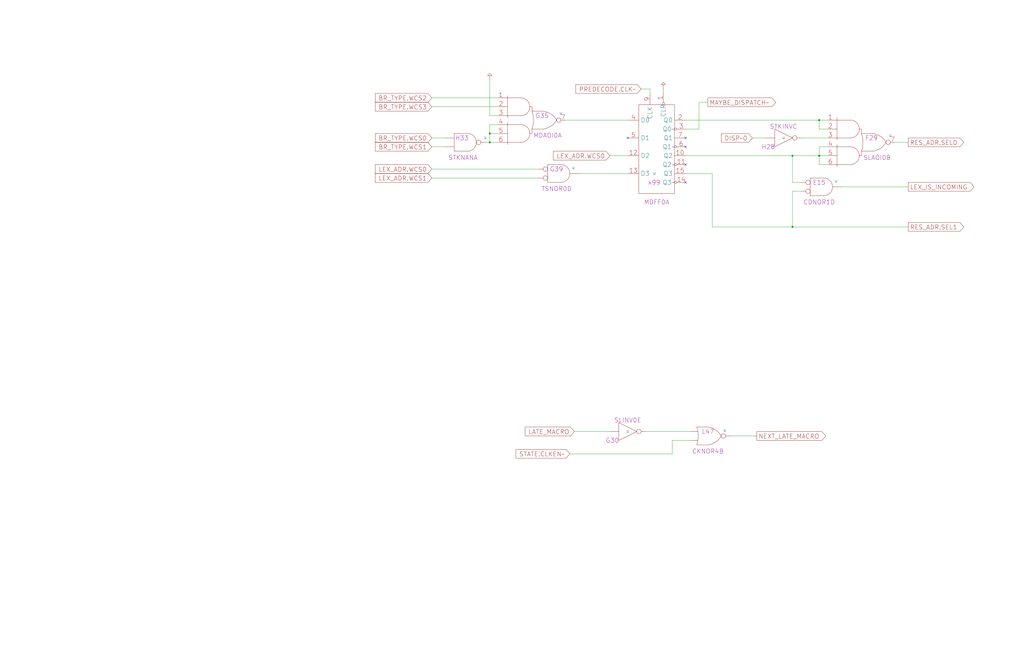
<source format=kicad_sch>
(kicad_sch (version 20220404) (generator eeschema)
  (paper "User" 584.2 378.46)
  (title_block (title "PRE-DECODE AND PARITY CHECK") (date "22-MAY-90") (rev "1.0") (comment 1 "SEQUENCER") (comment 2 "232-003064") (comment 3 "S400") (comment 4 "RELEASED"))
  (lib_symbols
    (symbol "r1000:F00" (pin_numbers hide) (pin_names hide)
      (property "Reference" "U" (at 15.24 0 0))
      (property "Value" "F00" (at 1.905 -5.08 0))
      (property "Location" "___" (at 1.905 0 0))
      (property "Name" "______" (at 2.54 -12.7 0))
      (symbol "F00_0_1"
        (polyline (pts (xy -2.54 -7.62) (xy 5.08 -7.62)) (stroke (width 0.1524)))
        (polyline (pts (xy -2.54 2.54) (xy -2.54 -7.62)) (stroke (width 0.1524)))
        (polyline (pts (xy -2.54 2.54) (xy 5.08 2.54)) (stroke (width 0.1524)))
        (arc (start 5.08 -7.62) (mid 10.1282 -2.54) (end 5.08 2.54) (stroke (width 0.1524)))
        (circle (center 11.43 -2.54) (radius 1.27) (stroke (width 0.1524)))
      )
      (symbol "F00_0_2"
        (circle (center -3.81 -5.08) (radius 1.27) (stroke (width 0.1524)))
        (circle (center -3.81 0) (radius 1.27) (stroke (width 0.1524)))
        (arc (start -3.175 -7.62) (mid -2.134 -2.54) (end -3.175 2.54) (stroke (width 0.1524)))
        (polyline (pts (xy -3.175 -7.62) (xy 3.81 -7.62)) (stroke (width 0.1524)))
        (polyline (pts (xy -3.175 2.54) (xy 3.81 2.54)) (stroke (width 0.1524)))
        (arc (start 3.81 -7.62) (mid 7.5855 -5.8306) (end 10.16 -2.54) (stroke (width 0.1524)))
        (arc (start 10.16 -2.54) (mid 7.5827 0.7471) (end 3.81 2.54) (stroke (width 0.1524)))
      )
      (symbol "F00_1_1"
        (pin input line (at -7.62 0 0) (length 5.08) (name "D0") (number "1"))
        (pin input line (at -7.62 -5.08 0) (length 5.08) (name "D1") (number "2"))
        (pin output line (at 15.24 -2.54 180) (length 2.54) (name "Q") (number "3"))
      )
      (symbol "F00_1_2"
        (pin input line (at -7.62 0 0) (length 2.54) (name "D0") (number "1"))
        (pin input line (at -7.62 -5.08 0) (length 2.54) (name "D1") (number "2"))
        (pin output line (at 15.24 -2.54 180) (length 5.08) (name "Q") (number "3"))
      )
    )
    (symbol "r1000:F02" (pin_numbers hide) (pin_names hide)
      (property "Reference" "U" (at 12.16 0.635 0))
      (property "Value" "F02" (at -1.27 -4.445 0))
      (property "Location" "___" (at 2.54 0 0))
      (property "Name" "______" (at 2.54 -12.7 0))
      (symbol "F02_0_1"
        (arc (start -3.81 -7.62) (mid -2.9847 -2.54) (end -3.81 2.54) (stroke (width 0.1524)))
        (polyline (pts (xy -5.08 -5.08) (xy -3.175 -5.08)) (stroke (width 0.1524)))
        (polyline (pts (xy -5.08 0) (xy -3.175 0)) (stroke (width 0.1524)))
        (polyline (pts (xy -3.81 -7.62) (xy 2.54 -7.62)) (stroke (width 0.1524)))
        (polyline (pts (xy -3.81 2.54) (xy 2.54 2.54)) (stroke (width 0.1524)))
        (polyline (pts (xy 13.97 -2.54) (xy 12.7 -2.54)) (stroke (width 0.1524)))
        (arc (start 2.54 -7.62) (mid 6.9515 -5.9823) (end 10.16 -2.54) (stroke (width 0.1524)))
        (arc (start 10.16 -2.54) (mid 6.9478 0.8966) (end 2.54 2.54) (stroke (width 0.1524)))
        (circle (center 11.43 -2.54) (radius 1.27) (stroke (width 0.1524)))
      )
      (symbol "F02_0_2"
        (circle (center -3.81 -5.08) (radius 1.27) (stroke (width 0.1524)))
        (circle (center -3.81 0) (radius 1.27) (stroke (width 0.1524)))
        (polyline (pts (xy -2.54 -7.62) (xy 5.08 -7.62)) (stroke (width 0.1524)))
        (polyline (pts (xy -2.54 2.54) (xy -2.54 -7.62)) (stroke (width 0.1524)))
        (polyline (pts (xy -2.54 2.54) (xy 5.08 2.54)) (stroke (width 0.1524)))
        (polyline (pts (xy 11.43 -2.54) (xy 10.16 -2.54)) (stroke (width 0.1524)))
        (polyline (pts (xy 11.43 -2.54) (xy 12.7 -2.54)) (stroke (width 0.1524)))
        (arc (start 5.08 -7.62) (mid 10.1282 -2.54) (end 5.08 2.54) (stroke (width 0.1524)))
      )
      (symbol "F02_1_1"
        (pin input line (at -7.62 0 0) (length 2.54) (name "D0") (number "1"))
        (pin input line (at -7.62 -5.08 0) (length 2.54) (name "D1") (number "2"))
        (pin output line (at 15.24 -2.54 180) (length 1.27) (name "Q") (number "3"))
      )
      (symbol "F02_1_2"
        (pin input line (at -7.62 0 0) (length 2.54) (name "D0") (number "1"))
        (pin input line (at -7.62 -5.08 0) (length 2.54) (name "D1") (number "2"))
        (pin output line (at 15.24 -2.54 180) (length 2.54) (name "Q") (number "3"))
      )
    )
    (symbol "r1000:F04" (pin_numbers hide) (pin_names hide)
      (property "Reference" "U" (at 0 0 0))
      (property "Value" "F04" (at 1.27 -5.08 0))
      (property "Location" "___" (at -12.7 -5.08 0))
      (property "Name" "______" (at 0 5.08 0))
      (symbol "F04_0_1"
        (polyline (pts (xy -7.62 0) (xy -5.08 0)) (stroke (width 0.1524)))
        (polyline (pts (xy -5.08 5.08) (xy -5.08 -5.08)) (stroke (width 0.1524)))
        (polyline (pts (xy 5.08 0) (xy -5.08 -5.08)) (stroke (width 0.1524)))
        (polyline (pts (xy 5.08 0) (xy -5.08 5.08)) (stroke (width 0.1524)))
        (circle (center 6.35 0) (radius 1.27) (stroke (width 0.1524)))
      )
      (symbol "F04_1_1"
        (pin input line (at -10.16 0 0) (length 2.54) (name "D0") (number "1"))
        (pin output line (at 10.16 0 180) (length 2.54) (name "Q") (number "2"))
      )
    )
    (symbol "r1000:F175" (pin_names (offset 1.016))
      (property "Reference" "U" (at 2.54 5.08 0))
      (property "Value" "F175" (at -1.27 -5.08 0))
      (property "Location" "___" (at -1.27 0 0))
      (property "Name" "______" (at 3.81 -12.7 0))
      (symbol "F175_1_1"
        (rectangle (start -6.35 44.45) (end 13.97 -6.35))
        (circle (center 7.62 45.085) (radius 0.635))
        (circle (center 14.605 0) (radius 0.635))
        (circle (center 14.605 10.16) (radius 0.635))
        (circle (center 14.605 20.32) (radius 0.635))
        (circle (center 14.605 30.48) (radius 0.635))
        (pin input line (at 7.62 50.8 270) (length 5.08) (name "CLR") (number "1"))
        (pin output line (at 20.32 15.24 180) (length 6.35) (name "Q2") (number "10"))
        (pin output line (at 20.32 10.16 180) (length 5.08) (name "Q2~") (number "11"))
        (pin input line (at -12.7 15.24 0) (length 6.35) (name "D2") (number "12"))
        (pin input line (at -12.7 5.08 0) (length 6.35) (name "D3") (number "13"))
        (pin output line (at 20.32 0 180) (length 5.08) (name "Q3~") (number "14"))
        (pin output line (at 20.32 5.08 180) (length 6.35) (name "Q3") (number "15"))
        (pin output line (at 20.32 35.56 180) (length 6.35) (name "Q0") (number "2"))
        (pin output line (at 20.32 30.48 180) (length 5.08) (name "Q0~") (number "3"))
        (pin input line (at -12.7 35.56 0) (length 6.35) (name "D0") (number "4"))
        (pin input line (at -12.7 25.4 0) (length 6.35) (name "D1") (number "5"))
        (pin output line (at 20.32 20.32 180) (length 5.08) (name "Q1~") (number "6"))
        (pin output line (at 20.32 25.4 180) (length 6.35) (name "Q1") (number "7"))
        (pin input line (at 0 50.8 270) (length 6.35) (name "CLK") (number "9"))
      )
    )
    (symbol "r1000:F51" (pin_names hide)
      (property "Reference" "U" (at 12.7 1.27 0))
      (property "Value" "F51" (at 1.905 -5.08 0))
      (property "Location" "___" (at 1.905 0 0))
      (property "Name" "______" (at 5.08 -12.7 0))
      (symbol "F51_0_0"
        (arc (start -10.16 -15.24) (mid -6.5679 -13.7521) (end -5.08 -10.16) (stroke (width 0.1524)))
        (arc (start -10.16 0) (mid -6.5679 1.4879) (end -5.08 5.08) (stroke (width 0.1524)))
        (arc (start -5.08 -10.16) (mid -6.5679 -6.5679) (end -10.16 -5.08) (stroke (width 0.1524)))
        (arc (start -5.08 5.08) (mid -6.5679 8.6721) (end -10.16 10.16) (stroke (width 0.1524)))
        (arc (start -3.8173 -7.62) (mid -2.9926 -2.54) (end -3.8173 2.54) (stroke (width 0.1524)))
        (polyline (pts (xy -20.32 -15.24) (xy -17.78 -15.24)) (stroke (width 0.1524)))
        (polyline (pts (xy -20.32 -10.16) (xy -17.78 -10.16)) (stroke (width 0.1524)))
        (polyline (pts (xy -20.32 -5.08) (xy -17.78 -5.08)) (stroke (width 0.1524)))
        (polyline (pts (xy -20.32 0) (xy -17.78 0)) (stroke (width 0.1524)))
        (polyline (pts (xy -20.32 5.08) (xy -17.78 5.08)) (stroke (width 0.1524)))
        (polyline (pts (xy -20.32 10.16) (xy -17.78 10.16)) (stroke (width 0.1524)))
        (polyline (pts (xy -17.78 -3.81) (xy -17.78 -16.51)) (stroke (width 0.1524)))
        (polyline (pts (xy -17.78 11.43) (xy -17.78 -1.27)) (stroke (width 0.1524)))
        (polyline (pts (xy -10.16 -15.24) (xy -17.78 -15.24)) (stroke (width 0.1524)))
        (polyline (pts (xy -10.16 -5.08) (xy -17.78 -5.08)) (stroke (width 0.1524)))
        (polyline (pts (xy -10.16 0) (xy -17.78 0)) (stroke (width 0.1524)))
        (polyline (pts (xy -10.16 10.16) (xy -17.78 10.16)) (stroke (width 0.1524)))
        (polyline (pts (xy -3.81 -7.62) (xy 2.54 -7.62)) (stroke (width 0.1524)))
        (polyline (pts (xy -3.81 2.54) (xy 2.54 2.54)) (stroke (width 0.1524)))
        (polyline (pts (xy -5.08 -10.16) (xy -3.81 -10.16) (xy -3.81 -7.62)) (stroke (width 0.1524)))
        (polyline (pts (xy -5.08 5.08) (xy -3.81 5.08) (xy -3.81 2.54)) (stroke (width 0.1524)))
        (arc (start 2.54 -7.62) (mid 6.9504 -5.9805) (end 10.16 -2.54) (stroke (width 0.1524)))
        (arc (start 10.16 -2.54) (mid 6.9516 0.9024) (end 2.54 2.54) (stroke (width 0.1524)))
        (circle (center 11.43 -2.54) (radius 1.27) (stroke (width 0.1524)))
      )
      (symbol "F51_1_1"
        (pin input line (at -22.86 10.16 0) (length 2.54) (name "A1") (number "1"))
        (pin input line (at -22.86 5.08 0) (length 2.54) (name "A2") (number "2"))
        (pin input line (at -22.86 0 0) (length 2.54) (name "A3") (number "3"))
        (pin input line (at -22.86 -5.08 0) (length 2.54) (name "B1") (number "4"))
        (pin input line (at -22.86 -10.16 0) (length 2.54) (name "B2") (number "5"))
        (pin input line (at -22.86 -15.24 0) (length 2.54) (name "B3") (number "6"))
        (pin output line (at 15.24 -2.54 180) (length 2.54) (name "Q") (number "7"))
      )
    )
    (symbol "r1000:PU" (power) (pin_numbers hide) (pin_names hide)
      (symbol "PU_0_1"
        (polyline (pts (xy 0 2.54) (xy -1.27 2.54) (xy 0 3.81) (xy 1.27 2.54) (xy 0 2.54)) (stroke (width 0.1524)))
      )
      (symbol "PU_1_1"
        (pin power_in line (at 0 0 90) (length 2.54) (name "PU") (number "1"))
      )
    )
  )
  (junction (at 467.36 68.58))
  (junction (at 279.4 76.2))
  (junction (at 279.4 81.28))
  (junction (at 452.12 88.9))
  (junction (at 467.36 88.9))
  (junction (at 452.12 129.54))
  (no_connect (at 391.16 104.14))
  (no_connect (at 358.14 78.74))
  (no_connect (at 391.16 93.98))
  (no_connect (at 391.16 83.82))
  (no_connect (at 391.16 78.74))
  (wire (pts (xy 467.36 88.9) (xy 472.44 88.9)))
  (wire (pts (xy 246.38 60.96) (xy 284.48 60.96)))
  (wire (pts (xy 391.16 99.06) (xy 406.4 99.06)))
  (wire (pts (xy 472.44 93.98) (xy 467.36 93.98)))
  (wire (pts (xy 391.16 73.66) (xy 398.78 73.66)))
  (wire (pts (xy 403.86 58.42) (xy 398.78 58.42)))
  (wire (pts (xy 378.46 50.8) (xy 378.46 53.34)))
  (wire (pts (xy 279.4 76.2) (xy 279.4 81.28)))
  (wire (pts (xy 416.56 248.92) (xy 431.8 248.92)))
  (wire (pts (xy 391.16 68.58) (xy 467.36 68.58)))
  (wire (pts (xy 406.4 129.54) (xy 406.4 99.06)))
  (wire (pts (xy 467.36 68.58) (xy 467.36 73.66)))
  (wire (pts (xy 246.38 101.6) (xy 307.34 101.6)))
  (wire (pts (xy 480.06 106.68) (xy 518.16 106.68)))
  (wire (pts (xy 391.16 88.9) (xy 452.12 88.9)))
  (wire (pts (xy 452.12 109.22) (xy 452.12 129.54)))
  (wire (pts (xy 452.12 129.54) (xy 518.16 129.54)))
  (wire (pts (xy 284.48 66.04) (xy 279.4 66.04)))
  (wire (pts (xy 452.12 88.9) (xy 467.36 88.9)))
  (wire (pts (xy 383.54 259.08) (xy 383.54 251.46)))
  (wire (pts (xy 279.4 66.04) (xy 279.4 45.72)))
  (wire (pts (xy 284.48 71.12) (xy 279.4 71.12)))
  (wire (pts (xy 467.36 68.58) (xy 472.44 68.58)))
  (wire (pts (xy 467.36 83.82) (xy 472.44 83.82)))
  (wire (pts (xy 365.76 50.8) (xy 370.84 50.8)))
  (wire (pts (xy 246.38 96.52) (xy 307.34 96.52)))
  (wire (pts (xy 246.38 83.82) (xy 254 83.82)))
  (wire (pts (xy 370.84 50.8) (xy 370.84 53.34)))
  (wire (pts (xy 368.3 246.38) (xy 393.7 246.38)))
  (wire (pts (xy 279.4 76.2) (xy 284.48 76.2)))
  (wire (pts (xy 279.4 81.28) (xy 284.48 81.28)))
  (wire (pts (xy 472.44 73.66) (xy 467.36 73.66)))
  (wire (pts (xy 452.12 88.9) (xy 452.12 104.14)))
  (wire (pts (xy 457.2 78.74) (xy 472.44 78.74)))
  (wire (pts (xy 325.12 259.08) (xy 383.54 259.08)))
  (wire (pts (xy 383.54 251.46) (xy 393.7 251.46)))
  (wire (pts (xy 330.2 99.06) (xy 358.14 99.06)))
  (wire (pts (xy 276.86 81.28) (xy 279.4 81.28)))
  (wire (pts (xy 457.2 104.14) (xy 452.12 104.14)))
  (wire (pts (xy 246.38 78.74) (xy 254 78.74)))
  (wire (pts (xy 467.36 88.9) (xy 467.36 93.98)))
  (wire (pts (xy 406.4 129.54) (xy 452.12 129.54)))
  (wire (pts (xy 246.38 55.88) (xy 284.48 55.88)))
  (wire (pts (xy 429.26 78.74) (xy 436.88 78.74)))
  (wire (pts (xy 457.2 109.22) (xy 452.12 109.22)))
  (wire (pts (xy 279.4 71.12) (xy 279.4 76.2)))
  (wire (pts (xy 467.36 83.82) (xy 467.36 88.9)))
  (wire (pts (xy 510.54 81.28) (xy 518.16 81.28)))
  (wire (pts (xy 327.66 246.38) (xy 347.98 246.38)))
  (wire (pts (xy 347.98 88.9) (xy 358.14 88.9)))
  (wire (pts (xy 398.78 58.42) (xy 398.78 73.66)))
  (wire (pts (xy 322.58 68.58) (xy 358.14 68.58)))
  (global_label "LEX_IS_INCOMING" (shape output) (at 518.16 106.68 0) (effects (font (size 2.54 2.54))) (property "Intersheet References" "${INTERSHEET_REFS}" (at 555.6431 106.5213 0) (effects (font (size 1.905 1.905)) (justify left))))
  (global_label "BR_TYPE.WCS2" (shape input) (at 246.38 55.88 180) (effects (font (size 2.54 2.54))) (property "Intersheet References" "${INTERSHEET_REFS}" (at 214.0978 55.7213 0) (effects (font (size 1.905 1.905)) (justify right))))
  (global_label "NEXT_LATE_MACRO" (shape output) (at 431.8 248.92 0) (effects (font (size 2.54 2.54))) (property "Intersheet References" "${INTERSHEET_REFS}" (at 471.0974 248.7613 0) (effects (font (size 1.905 1.905)) (justify left))))
  (global_label "BR_TYPE.WCS3" (shape input) (at 246.38 60.96 180) (effects (font (size 2.54 2.54))) (property "Intersheet References" "${INTERSHEET_REFS}" (at 214.0978 60.8013 0) (effects (font (size 1.905 1.905)) (justify right))))
  (global_label "BR_TYPE.WCS0" (shape input) (at 246.38 78.74 180) (effects (font (size 2.54 2.54))) (property "Intersheet References" "${INTERSHEET_REFS}" (at 214.0978 78.5813 0) (effects (font (size 1.905 1.905)) (justify right))))
  (global_label "DISP~0" (shape input) (at 429.26 78.74 180) (effects (font (size 2.54 2.54))) (property "Intersheet References" "${INTERSHEET_REFS}" (at 411.4921 78.5813 0) (effects (font (size 1.905 1.905)) (justify right))))
  (global_label "LEX_ADR.WCS0" (shape input) (at 246.38 96.52 180) (effects (font (size 2.54 2.54))) (property "Intersheet References" "${INTERSHEET_REFS}" (at 214.0978 96.3613 0) (effects (font (size 1.905 1.905)) (justify right))))
  (global_label "LEX_ADR.WCS0" (shape input) (at 347.98 88.9 180) (effects (font (size 2.54 2.54))) (property "Intersheet References" "${INTERSHEET_REFS}" (at 315.6978 88.7413 0) (effects (font (size 1.905 1.905)) (justify right))))
  (global_label "LEX_ADR.WCS1" (shape input) (at 246.38 101.6 180) (effects (font (size 2.54 2.54))) (property "Intersheet References" "${INTERSHEET_REFS}" (at 214.0978 101.4413 0) (effects (font (size 1.905 1.905)) (justify right))))
  (global_label "MAYBE_DISPATCH~" (shape output) (at 403.86 58.42 0) (effects (font (size 2.54 2.54))) (property "Intersheet References" "${INTERSHEET_REFS}" (at 442.5527 58.2613 0) (effects (font (size 1.905 1.905)) (justify left))))
  (global_label "BR_TYPE.WCS1" (shape input) (at 246.38 83.82 180) (effects (font (size 2.54 2.54))) (property "Intersheet References" "${INTERSHEET_REFS}" (at 214.0978 83.6613 0) (effects (font (size 1.905 1.905)) (justify right))))
  (global_label "STATE.CLKEN~" (shape input) (at 325.12 259.08 180) (effects (font (size 2.54 2.54))) (property "Intersheet References" "${INTERSHEET_REFS}" (at 288.2416 258.9213 0) (effects (font (size 1.905 1.905)) (justify right))))
  (global_label "LATE_MACRO" (shape input) (at 327.66 246.38 180) (effects (font (size 2.54 2.54))) (property "Intersheet References" "${INTERSHEET_REFS}" (at 299.6111 246.2213 0) (effects (font (size 1.905 1.905)) (justify right))))
  (global_label "PREDECODE.CLK~" (shape input) (at 365.76 50.8 180) (effects (font (size 2.54 2.54))) (property "Intersheet References" "${INTERSHEET_REFS}" (at 328.5188 50.6413 0) (effects (font (size 1.905 1.905)) (justify right))))
  (global_label "RES_ADR.SEL0" (shape output) (at 518.16 81.28 0) (effects (font (size 2.54 2.54))) (property "Intersheet References" "${INTERSHEET_REFS}" (at 549.8374 81.1213 0) (effects (font (size 1.905 1.905)) (justify left))))
  (global_label "RES_ADR.SEL1" (shape output) (at 518.16 129.54 0) (effects (font (size 2.54 2.54))) (property "Intersheet References" "${INTERSHEET_REFS}" (at 549.8374 129.3813 0) (effects (font (size 1.905 1.905)) (justify left))))
  (symbol (lib_id "r1000:F04") (at 358.14 246.38 0) (unit 1)
    (default_instance (reference "U") (unit 1) (value "") (footprint ""))
    (property "Reference" "U" (at 358.14 246.38 0))
    (property "Location" "G30" (at 345.44 251.46 0) (effects (font (size 2.54 2.54)) (justify left)))
    (property "Name" "SLINV0E" (at 358.14 241.3 0) (effects (font (size 2.54 2.54)) (justify bottom)))
  )
  (symbol (lib_id "r1000:F02") (at 401.32 246.38 0) (unit 1)
    (default_instance (reference "U") (unit 1) (value "") (footprint ""))
    (property "Reference" "U" (at 413.48 245.745 0))
    (property "Location" "L47" (at 403.86 246.38 0) (effects (font (size 2.54 2.54))))
    (property "Name" "CKNOR4B" (at 403.86 259.08 0) (effects (font (size 2.54 2.54)) (justify bottom)))
  )
  (symbol (lib_id "r1000:PU") (at 279.4 45.72 0) (unit 1)
    (default_instance (reference "U") (unit 1) (value "") (footprint ""))
    (property "Reference" "U" (effects hide))
  )
  (symbol (lib_id "r1000:F51") (at 307.34 66.04 0) (unit 1)
    (default_instance (reference "U") (unit 1) (value "") (footprint ""))
    (property "Reference" "U" (at 320.04 64.77 0))
    (property "Location" "G35" (at 309.245 66.04 0) (effects (font (size 2.54 2.54))))
    (property "Name" "MDAOI0A" (at 312.42 78.74 0) (effects (font (size 2.54 2.54)) (justify bottom)))
  )
  (symbol (lib_id "r1000:F51") (at 495.3 78.74 0) (unit 1)
    (default_instance (reference "U") (unit 1) (value "") (footprint ""))
    (property "Reference" "U" (at 508 77.47 0))
    (property "Location" "F29" (at 497.205 78.74 0) (effects (font (size 2.54 2.54))))
    (property "Name" "SLAOI0B" (at 500.38 91.44 0) (effects (font (size 2.54 2.54)) (justify bottom)))
  )
  (symbol (lib_id "r1000:F00") (at 261.62 78.74 0) (unit 1)
    (default_instance (reference "U") (unit 1) (value "") (footprint ""))
    (property "Reference" "U" (at 276.86 78.74 0))
    (property "Location" "H33" (at 263.525 78.74 0) (effects (font (size 2.54 2.54))))
    (property "Name" "STKNANA" (at 264.16 91.44 0) (effects (font (size 2.54 2.54)) (justify bottom)))
  )
  (symbol (lib_id "r1000:PU") (at 378.46 50.8 0) (unit 1)
    (default_instance (reference "U") (unit 1) (value "") (footprint ""))
    (property "Reference" "U" (effects hide))
  )
  (symbol (lib_id "r1000:F02") (at 464.82 104.14 0) (unit 1) (convert 2)
    (default_instance (reference "U") (unit 1) (value "") (footprint ""))
    (property "Reference" "U" (at 476.98 103.505 0))
    (property "Location" "E15" (at 467.36 104.14 0) (effects (font (size 2.54 2.54))))
    (property "Name" "CDNOR1D" (at 467.36 116.84 0) (effects (font (size 2.54 2.54)) (justify bottom)))
  )
  (symbol (lib_id "r1000:F04") (at 447.04 78.74 0) (unit 1)
    (default_instance (reference "U") (unit 1) (value "") (footprint ""))
    (property "Reference" "U" (at 447.04 78.74 0))
    (property "Location" "H28" (at 434.34 83.82 0) (effects (font (size 2.54 2.54)) (justify left)))
    (property "Name" "STKINVC" (at 447.04 73.66 0) (effects (font (size 2.54 2.54)) (justify bottom)))
  )
  (symbol (lib_id "r1000:F02") (at 314.96 96.52 0) (unit 1) (convert 2)
    (default_instance (reference "U") (unit 1) (value "") (footprint ""))
    (property "Reference" "U" (at 327.12 95.885 0))
    (property "Location" "G39" (at 317.5 96.52 0) (effects (font (size 2.54 2.54))))
    (property "Name" "TSNOR0D" (at 317.5 109.22 0) (effects (font (size 2.54 2.54)) (justify bottom)))
  )
  (symbol (lib_id "r1000:F175") (at 370.84 104.14 0) (unit 1)
    (default_instance (reference "U") (unit 1) (value "") (footprint ""))
    (property "Reference" "U" (at 373.38 99.06 0))
    (property "Location" "x99" (at 369.57 104.14 0) (effects (font (size 2.54 2.54)) (justify left)))
    (property "Name" "MDFF0A" (at 374.65 116.84 0) (effects (font (size 2.54 2.54)) (justify bottom)))
  )
)
</source>
